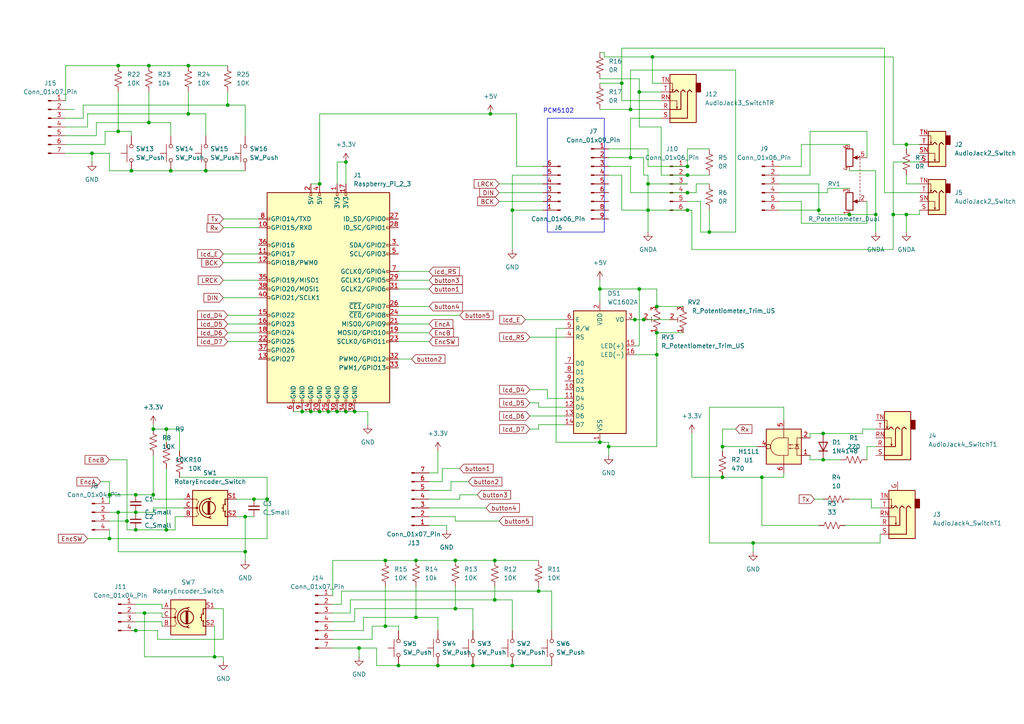
<source format=kicad_sch>
(kicad_sch (version 20230121) (generator eeschema)
  (paper "A4")
  (junction (at 199.39 60.96))
  (junction (at 31.75 156.21))
  (junction (at 182.88 45.72))
  (junction (at 48.26 124.46))
  (junction (at 115.57 193.04))
  (junction (at 38.1 49.53))
  (junction (at 43.18 35.56))
  (junction (at 238.76 125.73))
  (junction (at 54.61 19.05))
  (junction (at 26.67 44.45))
  (junction (at 92.71 53.34))
  (junction (at 90.17 119.38))
  (junction (at 132.08 162.56))
  (junction (at 254 62.23))
  (junction (at 36.83 151.13))
  (junction (at 259.08 62.23))
  (junction (at 218.44 157.48))
  (junction (at 187.96 60.96))
  (junction (at 73.66 144.78))
  (junction (at 186.69 92.71))
  (junction (at 262.89 41.91))
  (junction (at 173.99 83.82))
  (junction (at 39.37 182.88))
  (junction (at 180.34 24.13))
  (junction (at 66.04 30.48))
  (junction (at 190.5 102.87))
  (junction (at 187.96 53.34))
  (junction (at 185.42 83.82))
  (junction (at 34.29 148.59))
  (junction (at 262.89 62.23))
  (junction (at 246.38 62.23))
  (junction (at 120.65 162.56))
  (junction (at 62.23 190.5))
  (junction (at 102.87 119.38))
  (junction (at 220.98 138.43))
  (junction (at 92.71 119.38))
  (junction (at 34.29 38.1))
  (junction (at 71.12 160.02))
  (junction (at 71.12 149.86))
  (junction (at 156.21 171.45))
  (junction (at 31.75 143.51))
  (junction (at 132.08 176.53))
  (junction (at 111.76 162.56))
  (junction (at 142.24 33.02))
  (junction (at 54.61 33.02))
  (junction (at 34.29 19.05))
  (junction (at 43.18 19.05))
  (junction (at 127 193.04))
  (junction (at 44.45 143.51))
  (junction (at 238.76 133.35))
  (junction (at 41.91 177.8))
  (junction (at 137.16 193.04))
  (junction (at 205.74 67.31))
  (junction (at 100.33 46.99))
  (junction (at 148.59 193.04))
  (junction (at 111.76 181.61))
  (junction (at 182.88 31.75))
  (junction (at 87.63 119.38))
  (junction (at 39.37 153.67))
  (junction (at 189.23 16.51))
  (junction (at 143.51 173.99))
  (junction (at 199.39 50.8))
  (junction (at 237.49 60.96))
  (junction (at 209.55 138.43))
  (junction (at 77.47 144.78))
  (junction (at 148.59 60.96))
  (junction (at 59.69 49.53))
  (junction (at 97.79 119.38))
  (junction (at 199.39 55.88))
  (junction (at 143.51 162.56))
  (junction (at 39.37 143.51))
  (junction (at 190.5 96.52))
  (junction (at 120.65 179.07))
  (junction (at 185.42 26.67))
  (junction (at 48.26 153.67))
  (junction (at 209.55 129.54))
  (junction (at 95.25 119.38))
  (junction (at 173.99 128.27))
  (junction (at 100.33 119.38))
  (junction (at 199.39 48.26))
  (junction (at 49.53 49.53))
  (junction (at 39.37 148.59))
  (junction (at 190.5 88.9))
  (junction (at 176.53 129.54))
  (junction (at 184.15 92.71))
  (junction (at 104.14 187.96))
  (junction (at 44.45 124.46))
  (wire (pts (xy 189.23 16.51) (xy 189.23 24.13)))
  (wire (pts (xy 251.46 58.42) (xy 251.46 64.77)))
  (wire (pts (xy 200.66 60.96) (xy 200.66 72.39)))
  (wire (pts (xy 64.77 86.36) (xy 74.93 86.36)))
  (wire (pts (xy 115.57 88.9) (xy 124.46 88.9)))
  (wire (pts (xy 115.57 83.82) (xy 124.46 83.82)))
  (wire (pts (xy 173.99 24.13) (xy 180.34 24.13)))
  (wire (pts (xy 71.12 160.02) (xy 71.12 149.86)))
  (wire (pts (xy 180.34 24.13) (xy 180.34 29.21)))
  (wire (pts (xy 173.99 83.82) (xy 185.42 83.82)))
  (wire (pts (xy 236.22 144.78) (xy 238.76 144.78)))
  (wire (pts (xy 226.06 60.96) (xy 237.49 60.96)))
  (wire (pts (xy 143.51 170.18) (xy 143.51 173.99)))
  (wire (pts (xy 71.12 149.86) (xy 68.58 149.86)))
  (wire (pts (xy 256.54 55.88) (xy 256.54 13.97)))
  (wire (pts (xy 232.41 41.91) (xy 246.38 41.91)))
  (wire (pts (xy 237.49 152.4) (xy 220.98 152.4)))
  (wire (pts (xy 100.33 119.38) (xy 102.87 119.38)))
  (wire (pts (xy 130.81 139.7) (xy 135.89 139.7)))
  (wire (pts (xy 66.04 30.48) (xy 71.12 30.48)))
  (wire (pts (xy 209.55 124.46) (xy 213.36 124.46)))
  (wire (pts (xy 189.23 16.51) (xy 259.08 16.51)))
  (wire (pts (xy 262.89 41.91) (xy 262.89 43.18)))
  (wire (pts (xy 104.14 187.96) (xy 109.22 187.96)))
  (wire (pts (xy 201.93 53.34) (xy 205.74 53.34)))
  (wire (pts (xy 133.35 143.51) (xy 138.43 143.51)))
  (wire (pts (xy 187.96 43.18) (xy 187.96 48.26)))
  (wire (pts (xy 96.52 162.56) (xy 111.76 162.56)))
  (wire (pts (xy 46.99 175.26) (xy 46.99 176.53)))
  (wire (pts (xy 44.45 143.51) (xy 39.37 143.51)))
  (wire (pts (xy 99.06 171.45) (xy 156.21 171.45)))
  (wire (pts (xy 190.5 96.52) (xy 198.12 96.52)))
  (wire (pts (xy 180.34 13.97) (xy 180.34 24.13)))
  (wire (pts (xy 129.54 152.4) (xy 129.54 153.67)))
  (wire (pts (xy 102.87 119.38) (xy 106.68 119.38)))
  (wire (pts (xy 256.54 13.97) (xy 180.34 13.97)))
  (wire (pts (xy 102.87 180.34) (xy 102.87 176.53)))
  (wire (pts (xy 250.19 125.73) (xy 250.19 124.46)))
  (wire (pts (xy 262.89 50.8) (xy 262.89 53.34)))
  (wire (pts (xy 111.76 170.18) (xy 111.76 181.61)))
  (wire (pts (xy 39.37 177.8) (xy 41.91 177.8)))
  (wire (pts (xy 21.59 31.75) (xy 19.05 31.75)))
  (wire (pts (xy 115.57 99.06) (xy 124.46 99.06)))
  (wire (pts (xy 137.16 176.53) (xy 137.16 182.88)))
  (wire (pts (xy 143.51 162.56) (xy 156.21 162.56)))
  (wire (pts (xy 27.94 35.56) (xy 43.18 35.56)))
  (wire (pts (xy 120.65 162.56) (xy 132.08 162.56)))
  (wire (pts (xy 200.66 72.39) (xy 259.08 72.39)))
  (wire (pts (xy 64.77 81.28) (xy 74.93 81.28)))
  (wire (pts (xy 120.65 179.07) (xy 127 179.07)))
  (wire (pts (xy 173.99 31.75) (xy 182.88 31.75)))
  (wire (pts (xy 124.46 139.7) (xy 128.27 139.7)))
  (wire (pts (xy 97.79 46.99) (xy 100.33 46.99)))
  (wire (pts (xy 180.34 29.21) (xy 191.77 29.21)))
  (wire (pts (xy 97.79 53.34) (xy 97.79 46.99)))
  (wire (pts (xy 226.06 50.8) (xy 234.95 50.8)))
  (wire (pts (xy 31.75 143.51) (xy 31.75 146.05)))
  (wire (pts (xy 105.41 179.07) (xy 105.41 182.88)))
  (wire (pts (xy 180.34 50.8) (xy 176.53 50.8)))
  (wire (pts (xy 133.35 144.78) (xy 133.35 143.51)))
  (wire (pts (xy 34.29 26.67) (xy 34.29 38.1)))
  (wire (pts (xy 234.95 125.73) (xy 238.76 125.73)))
  (wire (pts (xy 52.07 124.46) (xy 52.07 130.81)))
  (wire (pts (xy 186.69 92.71) (xy 194.31 92.71)))
  (wire (pts (xy 144.78 55.88) (xy 157.48 55.88)))
  (wire (pts (xy 101.6 177.8) (xy 101.6 173.99)))
  (wire (pts (xy 19.05 39.37) (xy 27.94 39.37)))
  (wire (pts (xy 199.39 58.42) (xy 203.2 58.42)))
  (wire (pts (xy 71.12 160.02) (xy 71.12 162.56)))
  (wire (pts (xy 266.7 46.99) (xy 259.08 46.99)))
  (wire (pts (xy 100.33 46.99) (xy 100.33 53.34)))
  (wire (pts (xy 96.52 182.88) (xy 105.41 182.88)))
  (wire (pts (xy 44.45 148.59) (xy 39.37 148.59)))
  (wire (pts (xy 176.53 43.18) (xy 187.96 43.18)))
  (wire (pts (xy 25.4 36.83) (xy 25.4 33.02)))
  (wire (pts (xy 96.52 172.72) (xy 96.52 162.56)))
  (wire (pts (xy 184.15 102.87) (xy 190.5 102.87)))
  (wire (pts (xy 45.72 185.42) (xy 64.77 185.42)))
  (wire (pts (xy 54.61 26.67) (xy 54.61 33.02)))
  (wire (pts (xy 38.1 39.37) (xy 38.1 38.1)))
  (wire (pts (xy 226.06 55.88) (xy 240.03 55.88)))
  (wire (pts (xy 27.94 35.56) (xy 27.94 39.37)))
  (wire (pts (xy 153.67 116.84) (xy 156.21 116.84)))
  (wire (pts (xy 64.77 185.42) (xy 64.77 176.53)))
  (wire (pts (xy 266.7 62.23) (xy 266.7 60.96)))
  (wire (pts (xy 31.75 133.35) (xy 36.83 133.35)))
  (wire (pts (xy 64.77 190.5) (xy 64.77 191.77)))
  (wire (pts (xy 19.05 41.91) (xy 30.48 41.91)))
  (wire (pts (xy 90.17 119.38) (xy 92.71 119.38)))
  (wire (pts (xy 50.8 149.86) (xy 50.8 153.67)))
  (wire (pts (xy 157.48 50.8) (xy 148.59 50.8)))
  (wire (pts (xy 41.91 177.8) (xy 46.99 177.8)))
  (wire (pts (xy 38.1 182.88) (xy 39.37 182.88)))
  (wire (pts (xy 191.77 24.13) (xy 189.23 24.13)))
  (wire (pts (xy 153.67 113.03) (xy 158.75 113.03)))
  (wire (pts (xy 187.96 53.34) (xy 199.39 53.34)))
  (wire (pts (xy 41.91 190.5) (xy 41.91 177.8)))
  (wire (pts (xy 148.59 60.96) (xy 148.59 72.39)))
  (wire (pts (xy 64.77 63.5) (xy 74.93 63.5)))
  (wire (pts (xy 31.75 44.45) (xy 31.75 49.53)))
  (wire (pts (xy 31.75 143.51) (xy 31.75 139.7)))
  (wire (pts (xy 180.34 60.96) (xy 180.34 50.8)))
  (wire (pts (xy 199.39 50.8) (xy 205.74 50.8)))
  (wire (pts (xy 31.75 143.51) (xy 39.37 143.51)))
  (wire (pts (xy 106.68 119.38) (xy 106.68 123.19)))
  (wire (pts (xy 219.71 129.54) (xy 209.55 129.54)))
  (wire (pts (xy 187.96 60.96) (xy 199.39 60.96)))
  (wire (pts (xy 176.53 129.54) (xy 176.53 132.08)))
  (wire (pts (xy 199.39 55.88) (xy 201.93 55.88)))
  (wire (pts (xy 156.21 123.19) (xy 163.83 123.19)))
  (wire (pts (xy 209.55 138.43) (xy 220.98 138.43)))
  (wire (pts (xy 232.41 48.26) (xy 226.06 48.26)))
  (wire (pts (xy 156.21 124.46) (xy 156.21 123.19)))
  (wire (pts (xy 199.39 43.18) (xy 205.74 43.18)))
  (wire (pts (xy 143.51 173.99) (xy 148.59 173.99)))
  (wire (pts (xy 220.98 138.43) (xy 227.33 138.43)))
  (wire (pts (xy 39.37 175.26) (xy 46.99 175.26)))
  (wire (pts (xy 124.46 147.32) (xy 140.97 147.32)))
  (wire (pts (xy 156.21 118.11) (xy 163.83 118.11)))
  (wire (pts (xy 251.46 45.72) (xy 251.46 38.1)))
  (wire (pts (xy 256.54 55.88) (xy 266.7 55.88)))
  (wire (pts (xy 254 62.23) (xy 246.38 62.23)))
  (wire (pts (xy 245.11 152.4) (xy 255.27 152.4)))
  (wire (pts (xy 176.53 48.26) (xy 182.88 48.26)))
  (wire (pts (xy 44.45 123.19) (xy 44.45 124.46)))
  (wire (pts (xy 226.06 58.42) (xy 232.41 58.42)))
  (wire (pts (xy 34.29 160.02) (xy 71.12 160.02)))
  (wire (pts (xy 128.27 139.7) (xy 128.27 135.89)))
  (wire (pts (xy 173.99 22.86) (xy 185.42 22.86)))
  (wire (pts (xy 254 49.53) (xy 254 62.23)))
  (wire (pts (xy 68.58 144.78) (xy 73.66 144.78)))
  (wire (pts (xy 237.49 62.23) (xy 246.38 62.23)))
  (wire (pts (xy 96.52 180.34) (xy 102.87 180.34)))
  (wire (pts (xy 29.21 139.7) (xy 31.75 139.7)))
  (wire (pts (xy 96.52 185.42) (xy 107.95 185.42)))
  (wire (pts (xy 31.75 151.13) (xy 36.83 151.13)))
  (wire (pts (xy 132.08 176.53) (xy 137.16 176.53)))
  (wire (pts (xy 176.53 45.72) (xy 182.88 45.72)))
  (wire (pts (xy 182.88 34.29) (xy 182.88 45.72)))
  (wire (pts (xy 205.74 67.31) (xy 213.36 67.31)))
  (wire (pts (xy 44.45 132.08) (xy 44.45 143.51)))
  (wire (pts (xy 213.36 20.32) (xy 182.88 20.32)))
  (wire (pts (xy 163.83 95.25) (xy 161.29 95.25)))
  (wire (pts (xy 190.5 129.54) (xy 176.53 129.54)))
  (wire (pts (xy 176.53 128.27) (xy 173.99 128.27)))
  (wire (pts (xy 161.29 128.27) (xy 161.29 95.25)))
  (wire (pts (xy 124.46 142.24) (xy 130.81 142.24)))
  (wire (pts (xy 53.34 149.86) (xy 50.8 149.86)))
  (wire (pts (xy 66.04 91.44) (xy 74.93 91.44)))
  (wire (pts (xy 43.18 35.56) (xy 49.53 35.56)))
  (wire (pts (xy 148.59 50.8) (xy 148.59 60.96)))
  (wire (pts (xy 255.27 154.94) (xy 255.27 157.48)))
  (wire (pts (xy 232.41 48.26) (xy 232.41 41.91)))
  (wire (pts (xy 109.22 193.04) (xy 115.57 193.04)))
  (wire (pts (xy 200.66 138.43) (xy 200.66 125.73)))
  (wire (pts (xy 187.96 50.8) (xy 187.96 53.34)))
  (wire (pts (xy 173.99 128.27) (xy 161.29 128.27)))
  (wire (pts (xy 59.69 33.02) (xy 59.69 39.37)))
  (wire (pts (xy 62.23 181.61) (xy 62.23 190.5)))
  (wire (pts (xy 59.69 49.53) (xy 71.12 49.53)))
  (wire (pts (xy 48.26 124.46) (xy 52.07 124.46)))
  (wire (pts (xy 149.86 48.26) (xy 149.86 33.02)))
  (wire (pts (xy 130.81 142.24) (xy 130.81 139.7)))
  (wire (pts (xy 31.75 148.59) (xy 34.29 148.59)))
  (wire (pts (xy 102.87 176.53) (xy 132.08 176.53)))
  (wire (pts (xy 259.08 62.23) (xy 262.89 62.23)))
  (wire (pts (xy 77.47 138.43) (xy 77.47 144.78)))
  (wire (pts (xy 105.41 179.07) (xy 120.65 179.07)))
  (wire (pts (xy 156.21 116.84) (xy 156.21 118.11)))
  (wire (pts (xy 209.55 124.46) (xy 209.55 129.54)))
  (wire (pts (xy 182.88 92.71) (xy 184.15 92.71)))
  (wire (pts (xy 30.48 38.1) (xy 34.29 38.1)))
  (wire (pts (xy 152.4 92.71) (xy 163.83 92.71)))
  (wire (pts (xy 186.69 45.72) (xy 186.69 50.8)))
  (wire (pts (xy 124.46 144.78) (xy 133.35 144.78)))
  (wire (pts (xy 142.24 33.02) (xy 92.71 33.02)))
  (wire (pts (xy 251.46 38.1) (xy 234.95 38.1)))
  (wire (pts (xy 44.45 124.46) (xy 48.26 124.46)))
  (wire (pts (xy 92.71 33.02) (xy 92.71 53.34)))
  (wire (pts (xy 137.16 193.04) (xy 148.59 193.04)))
  (wire (pts (xy 90.17 53.34) (xy 92.71 53.34)))
  (wire (pts (xy 190.5 88.9) (xy 198.12 88.9)))
  (wire (pts (xy 238.76 133.35) (xy 243.84 133.35)))
  (wire (pts (xy 173.99 87.63) (xy 173.99 83.82)))
  (wire (pts (xy 127 193.04) (xy 137.16 193.04)))
  (wire (pts (xy 148.59 60.96) (xy 157.48 60.96)))
  (wire (pts (xy 71.12 30.48) (xy 71.12 39.37)))
  (wire (pts (xy 19.05 34.29) (xy 24.13 34.29)))
  (wire (pts (xy 262.89 41.91) (xy 266.7 41.91)))
  (wire (pts (xy 71.12 149.86) (xy 73.66 149.86)))
  (wire (pts (xy 201.93 55.88) (xy 201.93 53.34)))
  (wire (pts (xy 24.13 34.29) (xy 24.13 30.48)))
  (wire (pts (xy 240.03 55.88) (xy 240.03 54.61)))
  (wire (pts (xy 25.4 156.21) (xy 31.75 156.21)))
  (wire (pts (xy 190.5 83.82) (xy 190.5 88.9)))
  (wire (pts (xy 238.76 125.73) (xy 250.19 125.73)))
  (wire (pts (xy 185.42 83.82) (xy 190.5 83.82)))
  (wire (pts (xy 46.99 180.34) (xy 46.99 181.61)))
  (wire (pts (xy 191.77 31.75) (xy 182.88 31.75)))
  (wire (pts (xy 107.95 181.61) (xy 111.76 181.61)))
  (wire (pts (xy 115.57 91.44) (xy 133.35 91.44)))
  (wire (pts (xy 34.29 19.05) (xy 43.18 19.05)))
  (wire (pts (xy 53.34 147.32) (xy 44.45 147.32)))
  (wire (pts (xy 46.99 177.8) (xy 46.99 179.07)))
  (wire (pts (xy 185.42 36.83) (xy 191.77 36.83)))
  (wire (pts (xy 187.96 60.96) (xy 187.96 67.31)))
  (wire (pts (xy 26.67 44.45) (xy 26.67 46.99)))
  (wire (pts (xy 220.98 152.4) (xy 220.98 138.43)))
  (wire (pts (xy 187.96 60.96) (xy 180.34 60.96)))
  (wire (pts (xy 182.88 45.72) (xy 186.69 45.72)))
  (wire (pts (xy 259.08 41.91) (xy 262.89 41.91)))
  (wire (pts (xy 153.67 120.65) (xy 163.83 120.65)))
  (wire (pts (xy 209.55 138.43) (xy 200.66 138.43)))
  (wire (pts (xy 44.45 144.78) (xy 53.34 144.78)))
  (wire (pts (xy 54.61 19.05) (xy 66.04 19.05)))
  (wire (pts (xy 26.67 44.45) (xy 31.75 44.45)))
  (wire (pts (xy 190.5 96.52) (xy 190.5 102.87)))
  (wire (pts (xy 190.5 102.87) (xy 190.5 129.54)))
  (wire (pts (xy 31.75 156.21) (xy 77.47 156.21)))
  (wire (pts (xy 182.88 48.26) (xy 182.88 55.88)))
  (wire (pts (xy 127 179.07) (xy 127 182.88)))
  (wire (pts (xy 186.69 50.8) (xy 187.96 50.8)))
  (wire (pts (xy 144.78 58.42) (xy 157.48 58.42)))
  (wire (pts (xy 259.08 16.51) (xy 259.08 41.91)))
  (wire (pts (xy 124.46 152.4) (xy 129.54 152.4)))
  (wire (pts (xy 39.37 148.59) (xy 34.29 148.59)))
  (wire (pts (xy 153.67 97.79) (xy 163.83 97.79)))
  (wire (pts (xy 97.79 119.38) (xy 100.33 119.38)))
  (wire (pts (xy 184.15 92.71) (xy 186.69 92.71)))
  (wire (pts (xy 38.1 49.53) (xy 49.53 49.53)))
  (wire (pts (xy 124.46 137.16) (xy 127 137.16)))
  (wire (pts (xy 34.29 38.1) (xy 38.1 38.1)))
  (wire (pts (xy 39.37 182.88) (xy 45.72 182.88)))
  (wire (pts (xy 85.09 119.38) (xy 87.63 119.38)))
  (wire (pts (xy 30.48 38.1) (xy 30.48 41.91)))
  (wire (pts (xy 158.75 113.03) (xy 158.75 115.57)))
  (wire (pts (xy 43.18 19.05) (xy 54.61 19.05)))
  (wire (pts (xy 24.13 30.48) (xy 66.04 30.48)))
  (wire (pts (xy 101.6 173.99) (xy 143.51 173.99)))
  (wire (pts (xy 234.95 132.08) (xy 234.95 133.35)))
  (wire (pts (xy 262.89 62.23) (xy 266.7 62.23)))
  (wire (pts (xy 266.7 53.34) (xy 262.89 53.34)))
  (wire (pts (xy 62.23 190.5) (xy 41.91 190.5)))
  (wire (pts (xy 259.08 62.23) (xy 259.08 72.39)))
  (wire (pts (xy 99.06 171.45) (xy 99.06 175.26)))
  (wire (pts (xy 45.72 182.88) (xy 45.72 185.42)))
  (wire (pts (xy 209.55 129.54) (xy 209.55 130.81)))
  (wire (pts (xy 250.19 124.46) (xy 254 124.46)))
  (wire (pts (xy 31.75 49.53) (xy 38.1 49.53)))
  (wire (pts (xy 115.57 104.14) (xy 119.38 104.14)))
  (wire (pts (xy 109.22 187.96) (xy 109.22 193.04)))
  (wire (pts (xy 227.33 138.43) (xy 227.33 137.16)))
  (wire (pts (xy 49.53 49.53) (xy 59.69 49.53)))
  (wire (pts (xy 144.78 53.34) (xy 157.48 53.34)))
  (wire (pts (xy 96.52 177.8) (xy 101.6 177.8)))
  (wire (pts (xy 104.14 187.96) (xy 104.14 190.5)))
  (wire (pts (xy 132.08 162.56) (xy 143.51 162.56)))
  (wire (pts (xy 49.53 35.56) (xy 49.53 39.37)))
  (wire (pts (xy 203.2 58.42) (xy 203.2 67.31)))
  (wire (pts (xy 25.4 33.02) (xy 54.61 33.02)))
  (wire (pts (xy 226.06 53.34) (xy 237.49 53.34)))
  (wire (pts (xy 115.57 78.74) (xy 124.46 78.74)))
  (wire (pts (xy 87.63 119.38) (xy 90.17 119.38)))
  (wire (pts (xy 50.8 153.67) (xy 48.26 153.67)))
  (wire (pts (xy 92.71 119.38) (xy 95.25 119.38)))
  (wire (pts (xy 205.74 60.96) (xy 205.74 67.31)))
  (wire (pts (xy 203.2 67.31) (xy 205.74 67.31)))
  (wire (pts (xy 36.83 153.67) (xy 39.37 153.67)))
  (wire (pts (xy 234.95 38.1) (xy 234.95 50.8)))
  (wire (pts (xy 199.39 48.26) (xy 199.39 43.18)))
  (wire (pts (xy 259.08 46.99) (xy 259.08 62.23)))
  (wire (pts (xy 115.57 182.88) (xy 115.57 181.61)))
  (wire (pts (xy 132.08 149.86) (xy 132.08 151.13)))
  (wire (pts (xy 148.59 173.99) (xy 148.59 182.88)))
  (wire (pts (xy 185.42 26.67) (xy 191.77 26.67)))
  (wire (pts (xy 182.88 34.29) (xy 191.77 34.29)))
  (wire (pts (xy 185.42 83.82) (xy 185.42 100.33)))
  (wire (pts (xy 205.74 118.11) (xy 205.74 157.48)))
  (wire (pts (xy 48.26 135.89) (xy 48.26 153.67)))
  (wire (pts (xy 187.96 48.26) (xy 199.39 48.26)))
  (wire (pts (xy 182.88 55.88) (xy 199.39 55.88)))
  (wire (pts (xy 251.46 129.54) (xy 251.46 133.35)))
  (wire (pts (xy 77.47 144.78) (xy 73.66 144.78)))
  (wire (pts (xy 205.74 157.48) (xy 218.44 157.48)))
  (wire (pts (xy 182.88 20.32) (xy 182.88 31.75)))
  (wire (pts (xy 149.86 33.02) (xy 142.24 33.02)))
  (wire (pts (xy 19.05 19.05) (xy 34.29 19.05)))
  (wire (pts (xy 158.75 115.57) (xy 163.83 115.57)))
  (wire (pts (xy 160.02 182.88) (xy 160.02 171.45)))
  (wire (pts (xy 189.23 16.51) (xy 175.26 16.51)))
  (wire (pts (xy 218.44 157.48) (xy 255.27 157.48)))
  (wire (pts (xy 66.04 99.06) (xy 74.93 99.06)))
  (wire (pts (xy 148.59 193.04) (xy 160.02 193.04)))
  (wire (pts (xy 227.33 118.11) (xy 205.74 118.11)))
  (wire (pts (xy 157.48 48.26) (xy 149.86 48.26)))
  (wire (pts (xy 234.95 127) (xy 234.95 125.73)))
  (wire (pts (xy 54.61 33.02) (xy 59.69 33.02)))
  (wire (pts (xy 252.73 144.78) (xy 252.73 147.32)))
  (wire (pts (xy 64.77 176.53) (xy 62.23 176.53)))
  (wire (pts (xy 153.67 124.46) (xy 156.21 124.46)))
  (wire (pts (xy 44.45 147.32) (xy 44.45 148.59)))
  (wire (pts (xy 234.95 133.35) (xy 238.76 133.35)))
  (wire (pts (xy 99.06 175.26) (xy 96.52 175.26)))
  (wire (pts (xy 111.76 162.56) (xy 120.65 162.56)))
  (wire (pts (xy 240.03 54.61) (xy 246.38 54.61)))
  (wire (pts (xy 19.05 44.45) (xy 26.67 44.45)))
  (wire (pts (xy 36.83 151.13) (xy 36.83 153.67)))
  (wire (pts (xy 124.46 149.86) (xy 132.08 149.86)))
  (wire (pts (xy 173.99 81.28) (xy 173.99 83.82)))
  (wire (pts (xy 19.05 29.21) (xy 19.05 19.05)))
  (wire (pts (xy 115.57 96.52) (xy 124.46 96.52)))
  (wire (pts (xy 227.33 121.92) (xy 227.33 118.11)))
  (wire (pts (xy 52.07 138.43) (xy 77.47 138.43)))
  (wire (pts (xy 66.04 26.67) (xy 66.04 30.48)))
  (wire (pts (xy 175.26 16.51) (xy 175.26 15.24)))
  (wire (pts (xy 191.77 36.83) (xy 191.77 50.8)))
  (wire (pts (xy 64.77 76.2) (xy 74.93 76.2)))
  (wire (pts (xy 107.95 181.61) (xy 107.95 185.42)))
  (wire (pts (xy 237.49 53.34) (xy 237.49 60.96)))
  (wire (pts (xy 127 137.16) (xy 127 130.81)))
  (wire (pts (xy 132.08 170.18) (xy 132.08 176.53)))
  (wire (pts (xy 132.08 151.13) (xy 144.78 151.13)))
  (wire (pts (xy 31.75 153.67) (xy 31.75 156.21)))
  (wire (pts (xy 115.57 81.28) (xy 124.46 81.28)))
  (wire (pts (xy 62.23 190.5) (xy 64.77 190.5)))
  (wire (pts (xy 199.39 60.96) (xy 200.66 60.96)))
  (wire (pts (xy 252.73 147.32) (xy 255.27 147.32)))
  (wire (pts (xy 232.41 58.42) (xy 232.41 64.77)))
  (wire (pts (xy 48.26 124.46) (xy 48.26 128.27)))
  (wire (pts (xy 111.76 181.61) (xy 115.57 181.61)))
  (wire (pts (xy 218.44 160.02) (xy 218.44 157.48)))
  (wire (pts (xy 115.57 193.04) (xy 127 193.04)))
  (wire (pts (xy 19.05 36.83) (xy 25.4 36.83)))
  (wire (pts (xy 175.26 15.24) (xy 173.99 15.24)))
  (wire (pts (xy 96.52 187.96) (xy 104.14 187.96)))
  (wire (pts (xy 95.25 119.38) (xy 97.79 119.38)))
  (wire (pts (xy 246.38 49.53) (xy 254 49.53)))
  (wire (pts (xy 43.18 26.67) (xy 43.18 35.56)))
  (wire (pts (xy 64.77 73.66) (xy 74.93 73.66)))
  (wire (pts (xy 156.21 170.18) (xy 156.21 171.45)))
  (wire (pts (xy 36.83 133.35) (xy 36.83 151.13)))
  (wire (pts (xy 128.27 135.89) (xy 133.35 135.89)))
  (wire (pts (xy 115.57 93.98) (xy 124.46 93.98)))
  (wire (pts (xy 66.04 96.52) (xy 74.93 96.52)))
  (wire (pts (xy 246.38 144.78) (xy 252.73 144.78)))
  (wire (pts (xy 120.65 170.18) (xy 120.65 179.07)))
  (wire (pts (xy 66.04 93.98) (xy 74.93 93.98)))
  (wire (pts (xy 44.45 144.78) (xy 44.45 143.51)))
  (wire (pts (xy 77.47 156.21) (xy 77.47 144.78)))
  (wire (pts (xy 74.93 66.04) (xy 64.77 66.04)))
  (wire (pts (xy 213.36 20.32) (xy 213.36 67.31)))
  (wire (pts (xy 254 129.54) (xy 251.46 129.54)))
  (wire (pts (xy 34.29 148.59) (xy 34.29 160.02)))
  (wire (pts (xy 184.15 100.33) (xy 185.42 100.33)))
  (wire (pts (xy 48.26 153.67) (xy 39.37 153.67)))
  (wire (pts (xy 185.42 26.67) (xy 185.42 36.83)))
  (wire (pts (xy 185.42 22.86) (xy 185.42 26.67)))
  (wire (pts (xy 262.89 62.23) (xy 262.89 67.31)))
  (wire (pts (xy 237.49 60.96) (xy 237.49 62.23)))
  (wire (pts (xy 251.46 64.77) (xy 232.41 64.77)))
  (wire (pts (xy 254 62.23) (xy 254 67.31)))
  (wire (pts (xy 191.77 50.8) (xy 199.39 50.8)))
  (wire (pts (xy 156.21 171.45) (xy 160.02 171.45)))
  (wire (pts (xy 176.53 129.54) (xy 176.53 128.27)))
  (wire (pts (xy 187.96 53.34) (xy 187.96 60.96)))
  (wire (pts (xy 39.37 180.34) (xy 46.99 180.34)))
  (rectangle (start 158.75 34.29) (end 175.26 67.31))
  (text "PCM5102" (at 157.48 33.02 0) (effects (font (size 1.27 1.27)) (justify left bottom)))
  (global_label "EncA" (shape input) (at 124.46 93.98 0) (property "Intersheetrefs" "${INTERSHEET_REFS}" (effects hide)))
  (global_label "button5" (shape input) (at 133.35 91.44 0) (property "Intersheetrefs" "${INTERSHEET_REFS}" (effects hide)))
  (global_label "lcd_D5" (shape input) (at 153.67 116.84 180) (property "Intersheetrefs" "${INTERSHEET_REFS}" (effects hide)))
  (global_label "Rx" (shape input) (at 213.36 124.46 0) (property "Intersheetrefs" "${INTERSHEET_REFS}" (effects hide)))
  (global_label "lcd_D4" (shape input) (at 153.67 113.03 180) (property "Intersheetrefs" "${INTERSHEET_REFS}" (effects hide)))
  (global_label "lcd_D7" (shape input) (at 153.67 124.46 180) (property "Intersheetrefs" "${INTERSHEET_REFS}" (effects hide)))
  (global_label "lcd_E" (shape input) (at 64.77 73.66 180) (property "Intersheetrefs" "${INTERSHEET_REFS}" (effects hide)))
  (global_label "lcd_D7" (shape input) (at 66.04 99.06 180) (property "Intersheetrefs" "${INTERSHEET_REFS}" (effects hide)))
  (global_label "Tx" (shape input) (at 236.22 144.78 180) (property "Intersheetrefs" "${INTERSHEET_REFS}" (effects hide)))
  (global_label "LRCK" (shape input) (at 64.77 81.28 180) (property "Intersheetrefs" "${INTERSHEET_REFS}" (effects hide)))
  (global_label "DIN" (shape input) (at 144.78 55.88 180) (property "Intersheetrefs" "${INTERSHEET_REFS}" (effects hide)))
  (global_label "EncA" (shape input) (at 29.21 139.7 180) (property "Intersheetrefs" "${INTERSHEET_REFS}" (effects hide)))
  (global_label "lcd_RS" (shape input) (at 124.46 78.74 0) (property "Intersheetrefs" "${INTERSHEET_REFS}" (effects hide)))
  (global_label "BCK" (shape input) (at 64.77 76.2 180) (property "Intersheetrefs" "${INTERSHEET_REFS}" (effects hide)))
  (global_label "Rx" (shape input) (at 64.77 66.04 180) (property "Intersheetrefs" "${INTERSHEET_REFS}" (effects hide)))
  (global_label "lcd_D6" (shape input) (at 153.67 120.65 180) (property "Intersheetrefs" "${INTERSHEET_REFS}" (effects hide)))
  (global_label "lcd_D4" (shape input) (at 66.04 91.44 180) (property "Intersheetrefs" "${INTERSHEET_REFS}" (effects hide)))
  (global_label "EncB" (shape input) (at 124.46 96.52 0) (property "Intersheetrefs" "${INTERSHEET_REFS}" (effects hide)))
  (global_label "lcd_E" (shape input) (at 152.4 92.71 180) (property "Intersheetrefs" "${INTERSHEET_REFS}" (effects hide)))
  (global_label "button1" (shape input) (at 124.46 83.82 0) (property "Intersheetrefs" "${INTERSHEET_REFS}" (effects hide)))
  (global_label "button3" (shape input) (at 124.46 81.28 0) (property "Intersheetrefs" "${INTERSHEET_REFS}" (effects hide)))
  (global_label "BCK" (shape input) (at 144.78 58.42 180) (property "Intersheetrefs" "${INTERSHEET_REFS}" (effects hide)))
  (global_label "button3" (shape input) (at 138.43 143.51 0) (property "Intersheetrefs" "${INTERSHEET_REFS}" (effects hide)))
  (global_label "EncSW" (shape input) (at 124.46 99.06 0) (property "Intersheetrefs" "${INTERSHEET_REFS}" (effects hide)))
  (global_label "lcd_D6" (shape input) (at 66.04 96.52 180) (property "Intersheetrefs" "${INTERSHEET_REFS}" (effects hide)))
  (global_label "button5" (shape input) (at 144.78 151.13 0) (property "Intersheetrefs" "${INTERSHEET_REFS}" (effects hide)))
  (global_label "lcd_RS" (shape input) (at 153.67 97.79 180) (property "Intersheetrefs" "${INTERSHEET_REFS}" (effects hide)))
  (global_label "button4" (shape input) (at 140.97 147.32 0) (property "Intersheetrefs" "${INTERSHEET_REFS}" (effects hide)))
  (global_label "lcd_D5" (shape input) (at 66.04 93.98 180) (property "Intersheetrefs" "${INTERSHEET_REFS}" (effects hide)))
  (global_label "button2" (shape input) (at 119.38 104.14 0) (property "Intersheetrefs" "${INTERSHEET_REFS}" (effects hide)))
  (global_label "Tx" (shape input) (at 64.77 63.5 180) (property "Intersheetrefs" "${INTERSHEET_REFS}" (effects hide)))
  (global_label "button2" (shape input) (at 135.89 139.7 0) (property "Intersheetrefs" "${INTERSHEET_REFS}" (effects hide)))
  (global_label "button4" (shape input) (at 124.46 88.9 0) (property "Intersheetrefs" "${INTERSHEET_REFS}" (effects hide)))
  (global_label "LRCK" (shape input) (at 144.78 53.34 180) (property "Intersheetrefs" "${INTERSHEET_REFS}" (effects hide)))
  (global_label "button1" (shape input) (at 133.35 135.89 0) (property "Intersheetrefs" "${INTERSHEET_REFS}" (effects hide)))
  (global_label "EncSW" (shape input) (at 25.4 156.21 180) (property "Intersheetrefs" "${INTERSHEET_REFS}" (effects hide)))
  (global_label "DIN" (shape input) (at 64.77 86.36 180) (property "Intersheetrefs" "${INTERSHEET_REFS}" (effects hide)))
  (global_label "EncB" (shape input) (at 31.75 133.35 180) (property "Intersheetrefs" "${INTERSHEET_REFS}" (effects hide)))
  (symbol (lib_id "Connector:Conn_01x07_Pin") (at 91.44 180.34 0) (unit 1)
    (property "Reference" "J14" (at 92.075 167.64 0))
    (property "Value" "Conn_01x07_Pin" (at 92.075 170.18 0))
    (property "Footprint" "Connector_PinSocket_2.54mm:PinSocket_1x07_P2.54mm_Vertical" (effects hide))
  )
  (symbol (lib_id "power:+3.3V") (at 127 130.81 0) (unit 1)
    (property "Reference" "#PWR011" (effects hide))
    (property "Value" "+3.3V" (at 127 125.73 0))
  )
  (symbol (lib_id "Device:C_Small") (at 39.37 151.13 0) (unit 1)
    (property "Reference" "C2" (at 41.91 149.8663 0) (effects (justify left)))
    (property "Value" "C_Small" (at 41.91 152.4063 0) (effects (justify left)))
    (property "Footprint" "Capacitor_THT:C_Disc_D3.0mm_W2.0mm_P2.50mm" (effects hide))
  )
  (symbol (lib_id "power:GNDA") (at 187.96 67.31 0) (unit 1)
    (property "Reference" "#PWR06" (effects hide))
    (property "Value" "GNDA" (at 187.96 72.39 0))
  )
  (symbol (lib_id "Device:R_US") (at 54.61 22.86 0) (unit 1)
    (property "Reference" "R24" (at 57.15 21.59 0) (effects (justify left)))
    (property "Value" "10K" (at 57.15 24.13 0) (effects (justify left)))
    (property "Footprint" "Resistor_SMD:R_0603_1608Metric_Pad0.98x0.95mm_HandSolder" (effects hide))
  )
  (symbol (lib_id "Device:R_US") (at 143.51 166.37 0) (unit 1)
    (property "Reference" "R12" (at 146.05 165.1 0) (effects (justify left)))
    (property "Value" "10K" (at 146.05 167.64 0) (effects (justify left)))
    (property "Footprint" "Resistor_THT:R_Axial_DIN0204_L3.6mm_D1.6mm_P7.62mm_Horizontal" (effects hide))
  )
  (symbol (lib_id "Device:R_US") (at 48.26 132.08 0) (unit 1)
    (property "Reference" "R9" (at 50.8 124.46 0) (effects (justify left)))
    (property "Value" "10K" (at 50.8 133.35 0) (effects (justify left)))
    (property "Footprint" "Resistor_THT:R_Axial_DIN0204_L3.6mm_D1.6mm_P7.62mm_Horizontal" (effects hide))
  )
  (symbol (lib_id "Device:C_Small") (at 73.66 147.32 0) (unit 1)
    (property "Reference" "C3" (at 76.2 146.0563 0) (effects (justify left)))
    (property "Value" "C_Small" (at 76.2 148.5963 0) (effects (justify left)))
    (property "Footprint" "Capacitor_THT:C_Disc_D3.0mm_W2.0mm_P2.50mm" (effects hide))
  )
  (symbol (lib_id "Connector_Audio:AudioJack3_SwitchTR") (at 196.85 31.75 180) (unit 1)
    (property "Reference" "J12" (at 204.47 27.305 0) (effects (justify right)))
    (property "Value" "AudioJack3_SwitchTR" (at 204.47 29.845 0) (effects (justify right)))
    (property "Footprint" "Connector_Audio:Jack_3.5mm_CUI_SJ1-3525N_Horizontal" (effects hide))
  )
  (symbol (lib_id "power:GNDA") (at 262.89 67.31 0) (unit 1)
    (property "Reference" "#PWR03" (effects hide))
    (property "Value" "GNDA" (at 262.89 72.39 0))
  )
  (symbol (lib_id "Switch:SW_Push") (at 115.57 187.96 90) (unit 1)
    (property "Reference" "SW5" (at 116.84 186.69 90) (effects (justify right)))
    (property "Value" "SW_Push" (at 116.84 189.23 90) (effects (justify right)))
    (property "Footprint" "Button_Switch_THT:SW_PUSH_6mm" (effects hide))
  )
  (symbol (lib_id "Device:R_US") (at 44.45 128.27 0) (unit 1)
    (property "Reference" "R8" (at 46.99 127 0) (effects (justify left)))
    (property "Value" "10K" (at 46.99 129.54 0) (effects (justify left)))
    (property "Footprint" "Resistor_THT:R_Axial_DIN0204_L3.6mm_D1.6mm_P7.62mm_Horizontal" (effects hide))
  )
  (symbol (lib_id "Device:R_US") (at 111.76 166.37 0) (unit 1)
    (property "Reference" "R15" (at 114.3 165.1 0) (effects (justify left)))
    (property "Value" "10K" (at 114.3 167.64 0) (effects (justify left)))
    (property "Footprint" "Resistor_THT:R_Axial_DIN0204_L3.6mm_D1.6mm_P7.62mm_Horizontal" (effects hide))
  )
  (symbol (lib_id "Connector_Audio:AudioJack2_Switch") (at 271.78 41.91 180) (unit 1)
    (property "Reference" "J2" (at 276.86 41.91 0) (effects (justify right)))
    (property "Value" "AudioJack2_Switch" (at 276.86 44.45 0) (effects (justify right)))
    (property "Footprint" "Connector_Audio:Jack_6.35mm_Neutrik_NMJ6HCD3_Horizontal" (effects hide))
  )
  (symbol (lib_id "power:GND") (at 26.67 46.99 0) (unit 1)
    (property "Reference" "#PWR018" (effects hide))
    (property "Value" "GND" (at 26.67 52.07 0))
  )
  (symbol (lib_id "Device:R_Potentiometer_Dual") (at 248.92 52.07 270) (mirror x) (unit 1)
    (property "Reference" "RV1" (at 243.84 53.34 90) (effects (justify right)))
    (property "Value" "R_Potentiometer_Dual" (at 255.27 63.5 90) (effects (justify right)))
    (property "Footprint" "Potentiometer_THT:Potentiometer_Alpha_RD902F-40-00D_Dual_Vertical" (effects hide))
  )
  (symbol (lib_id "power:+3.3V") (at 200.66 125.73 0) (unit 1)
    (property "Reference" "#PWR01" (effects hide))
    (property "Value" "+3.3V" (at 200.66 120.65 0))
  )
  (symbol (lib_id "Switch:SW_Push") (at 137.16 187.96 90) (unit 1)
    (property "Reference" "SW3" (at 138.43 186.69 90) (effects (justify right)))
    (property "Value" "SW_Push" (at 138.43 189.23 90) (effects (justify right)))
    (property "Footprint" "Button_Switch_THT:SW_PUSH_6mm" (effects hide))
  )
  (symbol (lib_id "Switch:SW_Push") (at 59.69 44.45 90) (unit 1)
    (property "Reference" "SW15" (at 60.96 43.18 90) (effects (justify right)))
    (property "Value" "SW_Push" (at 60.96 45.72 90) (effects (justify right)))
    (property "Footprint" "keyswitches:Kailh_socket_MX" (effects hide))
  )
  (symbol (lib_id "Device:R_US") (at 173.99 27.94 0) (unit 1)
    (property "Reference" "R17" (at 176.53 26.67 0) (effects (justify left)))
    (property "Value" "0R" (at 176.53 29.21 0) (effects (justify left)))
    (property "Footprint" "Resistor_SMD:R_0603_1608Metric" (effects hide))
  )
  (symbol (lib_id "power:+5V") (at 173.99 81.28 0) (unit 1)
    (property "Reference" "#PWR014" (effects hide))
    (property "Value" "+5V" (at 173.99 76.2 0))
  )
  (symbol (lib_id "Connector_Audio:AudioJack3_Ground_SwitchTR") (at 260.35 152.4 180) (unit 1)
    (property "Reference" "J3" (at 270.51 149.225 0) (effects (justify right)))
    (property "Value" "AudioJack4_SwitchT1" (at 270.51 151.765 0) (effects (justify right)))
    (property "Footprint" "Connector_Audio:Jack_3.5mm_CUI_SJ1-3525N_Horizontal" (effects hide))
  )
  (symbol (lib_id "Diode:1N4148") (at 238.76 129.54 90) (unit 1)
    (property "Reference" "D1" (at 241.3 128.27 90) (effects (justify right)))
    (property "Value" "1N4148" (at 241.3 130.81 90) (effects (justify right)))
    (property "Footprint" "Diode_THT:D_DO-35_SOD27_P7.62mm_Horizontal" (effects hide))
    (property "Datasheet" "https://assets.nexperia.com/documents/data-sheet/1N4148_1N4448.pdf" (effects hide))
    (property "Sim.Device" "D" (effects hide))
    (property "Sim.Pins" "1=K 2=A" (effects hide))
  )
  (symbol (lib_id "Connector:Conn_01x06_Pin") (at 194.31 53.34 0) (unit 1)
    (property "Reference" "J10" (at 194.945 43.18 0))
    (property "Value" "Conn_01x06_Pin" (at 194.945 45.72 0))
    (property "Footprint" "Connector_PinHeader_2.54mm:PinHeader_1x06_P2.54mm_Vertical" (effects hide))
  )
  (symbol (lib_id "Device:R_US") (at 242.57 144.78 90) (unit 1)
    (property "Reference" "R4" (at 242.57 138.43 90))
    (property "Value" "10" (at 242.57 140.97 90))
    (property "Footprint" "Resistor_THT:R_Axial_DIN0204_L3.6mm_D1.6mm_P7.62mm_Horizontal" (effects hide))
  )
  (symbol (lib_id "Switch:SW_Push") (at 148.59 187.96 90) (unit 1)
    (property "Reference" "SW2" (at 149.86 186.69 90) (effects (justify right)))
    (property "Value" "SW_Push" (at 149.86 189.23 90) (effects (justify right)))
    (property "Footprint" "Button_Switch_THT:SW_PUSH_6mm" (effects hide))
  )
  (symbol (lib_id "Device:R_US") (at 120.65 166.37 0) (unit 1)
    (property "Reference" "R14" (at 123.19 165.1 0) (effects (justify left)))
    (property "Value" "10k" (at 123.19 167.64 0) (effects (justify left)))
    (property "Footprint" "Resistor_THT:R_Axial_DIN0204_L3.6mm_D1.6mm_P7.62mm_Horizontal" (effects hide))
  )
  (symbol (lib_id "Device:RotaryEncoder_Switch") (at 54.61 179.07 0) (unit 1)
    (property "Reference" "SW7" (at 54.61 168.91 0))
    (property "Value" "RotaryEncoder_Switch" (at 54.61 171.45 0))
    (property "Footprint" "Rotary_Encoder:RotaryEncoder_Alps_EC11E-Switch_Vertical_H20mm" (effects hide))
  )
  (symbol (lib_id "Device:R_US") (at 66.04 22.86 0) (unit 1)
    (property "Reference" "R25" (at 68.58 21.59 0) (effects (justify left)))
    (property "Value" "10K" (at 68.58 24.13 0) (effects (justify left)))
    (property "Footprint" "Resistor_SMD:R_0603_1608Metric_Pad0.98x0.95mm_HandSolder" (effects hide))
  )
  (symbol (lib_id "Device:R_US") (at 209.55 134.62 0) (unit 1)
    (property "Reference" "R2" (at 212.09 133.35 0) (effects (justify left)))
    (property "Value" "470" (at 212.09 135.89 0) (effects (justify left)))
    (property "Footprint" "Resistor_THT:R_Axial_DIN0204_L3.6mm_D1.6mm_P7.62mm_Horizontal" (effects hide))
  )
  (symbol (lib_id "Device:R_US") (at 173.99 19.05 0) (unit 1)
    (property "Reference" "R16" (at 176.53 17.78 0) (effects (justify left)))
    (property "Value" "0R" (at 176.53 20.32 0) (effects (justify left)))
    (property "Footprint" "Resistor_SMD:R_0603_1608Metric" (effects hide))
  )
  (symbol (lib_id "Device:R_US") (at 34.29 22.86 0) (unit 1)
    (property "Reference" "R22" (at 36.83 21.59 0) (effects (justify left)))
    (property "Value" "10K" (at 36.83 24.13 0) (effects (justify left)))
    (property "Footprint" "Resistor_SMD:R_0603_1608Metric_Pad0.98x0.95mm_HandSolder" (effects hide))
  )
  (symbol (lib_id "Connector_Audio:AudioJack3_SwitchTR") (at 259.08 129.54 180) (unit 1)
    (property "Reference" "J4" (at 269.24 126.365 0) (effects (justify right)))
    (property "Value" "AudioJack4_SwitchT1" (at 269.24 128.905 0) (effects (justify right)))
    (property "Footprint" "Connector_Audio:Jack_3.5mm_CUI_SJ1-3525N_Horizontal" (effects hide))
  )
  (symbol (lib_id "power:+5V") (at 142.24 33.02 0) (unit 1)
    (property "Reference" "#PWR07" (effects hide))
    (property "Value" "+5V" (at 142.24 27.94 0))
  )
  (symbol (lib_id "Device:RotaryEncoder_Switch") (at 60.96 147.32 0) (unit 1)
    (property "Reference" "SW1" (at 60.96 137.16 0))
    (property "Value" "RotaryEncoder_Switch" (at 60.96 139.7 0))
    (property "Footprint" "Rotary_Encoder:RotaryEncoder_Alps_EC11E-Switch_Vertical_H20mm" (effects hide))
  )
  (symbol (lib_id "Switch:SW_Push") (at 49.53 44.45 90) (unit 1)
    (property "Reference" "SW14" (at 50.8 43.18 90) (effects (justify right)))
    (property "Value" "SW_Push" (at 50.8 45.72 90) (effects (justify right)))
    (property "Footprint" "keyswitches:Kailh_socket_MX" (effects hide))
  )
  (symbol (lib_id "Connector:Conn_01x06_Pin") (at 220.98 53.34 0) (unit 1)
    (property "Reference" "J9" (at 221.615 43.18 0))
    (property "Value" "Conn_01x06_Pin" (at 221.615 45.72 0))
    (property "Footprint" "Connector_PinHeader_2.54mm:PinHeader_1x06_P2.54mm_Vertical" (effects hide))
  )
  (symbol (lib_id "power:+3.3V") (at 44.45 123.19 0) (unit 1)
    (property "Reference" "#PWR010" (effects hide))
    (property "Value" "+3.3V" (at 44.45 118.11 0))
  )
  (symbol (lib_id "Connector:Conn_01x04_Pin") (at 34.29 177.8 0) (unit 1)
    (property "Reference" "J11" (at 34.925 170.18 0))
    (property "Value" "Conn_01x04_Pin" (at 34.925 172.72 0))
    (property "Footprint" "Connector_PinHeader_2.54mm:PinHeader_1x04_P2.54mm_Vertical" (effects hide))
  )
  (symbol (lib_id "Connector:Conn_01x04_Pin") (at 26.67 148.59 0) (unit 1)
    (property "Reference" "J8" (at 27.305 140.97 0))
    (property "Value" "Conn_01x04_Pin" (at 27.305 143.51 0))
    (property "Footprint" "Connector_PinHeader_2.54mm:PinHeader_1x04_P2.54mm_Vertical" (effects hide))
  )
  (symbol (lib_id "Connector:Conn_01x07_Pin") (at 119.38 144.78 0) (mirror x) (unit 1)
    (property "Reference" "J13" (at 120.015 157.48 0))
    (property "Value" "Conn_01x07_Pin" (at 120.015 154.94 0))
    (property "Footprint" "Connector_PinSocket_2.54mm:PinSocket_1x07_P2.54mm_Vertical" (effects hide))
  )
  (symbol (lib_id "Connector:Conn_01x06_Pin") (at 162.56 55.88 180) (unit 1)
    (property "Reference" "J6" (at 161.925 66.04 0))
    (property "Value" "Conn_01x06_Pin" (at 161.925 63.5 0))
    (property "Footprint" "Connector_PinHeader_2.54mm:PinHeader_1x06_P2.54mm_Vertical" (effects hide))
  )
  (symbol (lib_id "Device:R_US") (at 262.89 46.99 0) (unit 1)
    (property "Reference" "R7" (at 265.43 45.72 0) (effects (justify left)))
    (property "Value" "0R" (at 265.43 48.26 0) (effects (justify left)))
    (property "Footprint" "Resistor_SMD:R_0603_1608Metric" (effects hide))
  )
  (symbol (lib_id "Switch:SW_Push") (at 160.02 187.96 90) (unit 1)
    (property "Reference" "SW6" (at 161.29 186.69 90) (effects (justify right)))
    (property "Value" "SW_Push" (at 161.29 189.23 90) (effects (justify right)))
    (property "Footprint" "Button_Switch_THT:SW_PUSH_6mm" (effects hide))
  )
  (symbol (lib_id "power:GND") (at 129.54 153.67 0) (unit 1)
    (property "Reference" "#PWR05" (effects hide))
    (property "Value" "GND" (at 129.54 158.75 0))
  )
  (symbol (lib_id "power:+3.3V") (at 100.33 46.99 0) (unit 1)
    (property "Reference" "#PWR012" (effects hide))
    (property "Value" "+3.3V" (at 100.33 41.91 0))
  )
  (symbol (lib_id "Device:R_US") (at 241.3 152.4 90) (unit 1)
    (property "Reference" "R3" (at 241.3 146.05 90))
    (property "Value" "33" (at 241.3 148.59 90))
    (property "Footprint" "Resistor_THT:R_Axial_DIN0204_L3.6mm_D1.6mm_P7.62mm_Horizontal" (effects hide))
  )
  (symbol (lib_id "power:GND") (at 64.77 191.77 0) (unit 1)
    (property "Reference" "#PWR016" (effects hide))
    (property "Value" "GND" (at 64.77 196.85 0))
  )
  (symbol (lib_id "Connector:Conn_01x09_Pin") (at 171.45 53.34 0) (unit 1)
    (property "Reference" "J7" (at 172.085 38.1 0))
    (property "Value" "Conn_01x09_Pin" (at 172.085 40.64 0))
    (property "Footprint" "Connector_PinHeader_2.54mm:PinHeader_1x09_P2.54mm_Vertical" (effects hide))
  )
  (symbol (lib_id "power:GNDA") (at 254 67.31 0) (unit 1)
    (property "Reference" "#PWR015" (effects hide))
    (property "Value" "GNDA" (at 254 72.39 0))
  )
  (symbol (lib_id "power:GND") (at 176.53 132.08 0) (unit 1)
    (property "Reference" "#PWR013" (effects hide))
    (property "Value" "GND" (at 176.53 137.16 0))
  )
  (symbol (lib_id "Device:R_US") (at 132.08 166.37 0) (unit 1)
    (property "Reference" "R13" (at 134.62 165.1 0) (effects (justify left)))
    (property "Value" "10K" (at 134.62 167.64 0) (effects (justify left)))
    (property "Footprint" "Resistor_THT:R_Axial_DIN0204_L3.6mm_D1.6mm_P7.62mm_Horizontal" (effects hide))
  )
  (symbol (lib_id "power:GND") (at 106.68 123.19 0) (unit 1)
    (property "Reference" "#PWR09" (effects hide))
    (property "Value" "GND" (at 106.68 128.27 0))
  )
  (symbol (lib_id "Device:R_US") (at 205.74 57.15 0) (unit 1)
    (property "Reference" "R6" (at 208.28 55.88 0) (effects (justify left)))
    (property "Value" "0R" (at 208.28 58.42 0) (effects (justify left)))
    (property "Footprint" "Resistor_SMD:R_0603_1608Metric" (effects hide))
  )
  (symbol (lib_id "Switch:SW_Push") (at 127 187.96 90) (unit 1)
    (property "Reference" "SW4" (at 128.27 186.69 90) (effects (justify right)))
    (property "Value" "SW_Push" (at 128.27 189.23 90) (effects (justify right)))
    (property "Footprint" "Button_Switch_THT:SW_PUSH_6mm" (effects hide))
  )
  (symbol (lib_id "Connector_Audio:AudioJack2_Switch") (at 271.78 55.88 180) (unit 1)
    (property "Reference" "J5" (at 276.86 55.88 0) (effects (justify right)))
    (property "Value" "AudioJack2_Switch" (at 276.86 58.42 0) (effects (justify right)))
    (property "Footprint" "Connector_Audio:Jack_6.35mm_Neutrik_NMJ6HCD3_Horizontal" (effects hide))
  )
  (symbol (lib_id "Isolator:H11L1") (at 227.33 129.54 180) (unit 1)
    (property "Reference" "U1" (at 217.17 133.4769 0))
    (property "Value" "H11L1" (at 217.17 130.9369 0))
    (property "Footprint" "Package_DIP:DIP-6_W7.62mm_Socket" (effects hide))
    (property "Datasheet" "https://www.onsemi.com/pub/Collateral/H11L3M-D.PDF" (effects hide))
  )
  (symbol (lib_id "Device:R_Potentiometer_Trim_US") (at 190.5 92.71 180) (unit 1)
    (property "Reference" "RV3" (at 191.77 97.79 0) (effects (justify right)))
    (property "Value" "R_Potentiometer_Trim_US" (at 191.77 100.33 0) (effects (justify right)))
    (property "Footprint" "Potentiometer_THT:Potentiometer_Bourns_3266W_Vertical" (effects hide))
  )
  (symbol (lib_id "power:GND") (at 218.44 160.02 0) (unit 1)
    (property "Reference" "#PWR02" (effects hide))
    (property "Value" "GND" (at 218.44 165.1 0))
  )
  (symbol (lib_id "Device:R_US") (at 247.65 133.35 90) (unit 1)
    (property "Reference" "R1" (at 247.65 127 90))
    (property "Value" "220" (at 247.65 129.54 90))
    (property "Footprint" "Resistor_THT:R_Axial_DIN0204_L3.6mm_D1.6mm_P7.62mm_Horizontal" (effects hide))
  )
  (symbol (lib_id "Device:R_Potentiometer_Trim_US") (at 198.12 92.71 180) (unit 1)
    (property "Reference" "RV2" (at 199.39 87.63 0) (effects (justify right)))
    (property "Value" "R_Potentiometer_Trim_US" (at 200.66 90.17 0) (effects (justify right)))
    (property "Footprint" "Potentiometer_THT:Potentiometer_Bourns_3296W_Vertical" (effects hide))
  )
  (symbol (lib_id "Switch:SW_Push") (at 38.1 44.45 90) (unit 1)
    (property "Reference" "SW13" (at 39.37 43.18 90) (effects (justify right)))
    (property "Value" "SW_Push" (at 39.37 45.72 90) (effects (justify right)))
    (property "Footprint" "keyswitches:Kailh_socket_MX" (effects hide))
  )
  (symbol (lib_id "Switch:SW_Push") (at 71.12 44.45 90) (unit 1)
    (property "Reference" "SW16" (at 72.39 43.18 90) (effects (justify right)))
    (property "Value" "SW_Push" (at 72.39 45.72 90) (effects (justify right)))
    (property "Footprint" "keyswitches:Kailh_socket_MX" (effects hide))
  )
  (symbol (lib_id "Display_Character:WC1602A") (at 173.99 107.95 0) (unit 1)
    (property "Reference" "DS1" (at 176.1841 85.09 0) (effects (justify left)))
    (property "Value" "WC1602A" (at 176.1841 87.63 0) (effects (justify left)))
    (property "Footprint" "Display:WC1602A" (effects hide))
    (property "Datasheet" "http://www.wincomlcd.com/pdf/WC1602A-SFYLYHTC06.pdf" (effects hide))
  )
  (symbol (lib_id "power:GND") (at 104.14 190.5 0) (unit 1)
    (property "Reference" "#PWR017" (effects hide))
    (property "Value" "GND" (at 104.14 195.58 0))
  )
  (symbol (lib_id "power:GND") (at 71.12 162.56 0) (unit 1)
    (property "Reference" "#PWR04" (effects hide))
    (property "Value" "GND" (at 71.12 167.64 0))
  )
  (symbol (lib_id "power:GND") (at 148.59 72.39 0) (unit 1)
    (property "Reference" "#PWR08" (effects hide))
    (property "Value" "GND" (at 148.59 77.47 0))
  )
  (symbol (lib_id "Connector:Raspberry_Pi_2_3") (at 95.25 86.36 0) (unit 1)
    (property "Reference" "J1" (at 102.5241 50.8 0) (effects (justify left)))
    (property "Value" "Raspberry_Pi_2_3" (at 102.5241 53.34 0) (effects (justify left)))
    (property "Footprint" "Connector_PinHeader_2.54mm:PinHeader_2x20_P2.54mm_Vertical" (effects hide))
    (property "Datasheet" "https://www.raspberrypi.org/documentation/hardware/raspberrypi/schematics/rpi_SCH_3bplus_1p0_reduced.pdf" (effects hide))
  )
  (symbol (lib_id "Device:R_US") (at 156.21 166.37 0) (unit 1)
    (property "Reference" "R11" (at 158.75 165.1 0) (effects (justify left)))
    (property "Value" "10K" (at 158.75 167.64 0) (effects (justify left)))
    (property "Footprint" "Resistor_THT:R_Axial_DIN0204_L3.6mm_D1.6mm_P7.62mm_Horizontal" (effects hide))
  )
  (symbol (lib_id "Device:R_US") (at 43.18 22.86 0) (unit 1)
    (property "Reference" "R23" (at 45.72 21.59 0) (effects (justify left)))
    (property "Value" "10k" (at 45.72 24.13 0) (effects (justify left)))
    (property "Footprint" "Resistor_SMD:R_0603_1608Metric_Pad0.98x0.95mm_HandSolder" (effects hide))
  )
  (symbol (lib_id "Device:R_US") (at 205.74 46.99 0) (unit 1)
    (property "Reference" "R5" (at 208.28 45.72 0) (effects (justify left)))
    (property "Value" "0R" (at 208.28 48.26 0) (effects (justify left)))
    (property "Footprint" "Resistor_SMD:R_0603_1608Metric" (effects hide))
  )
  (symbol (lib_id "Device:C_Small") (at 39.37 146.05 0) (unit 1)
    (property "Reference" "C1" (at 41.91 144.7863 0) (effects (justify left)))
    (property "Value" "C_Small" (at 41.91 148.59 0) (effects (justify left)))
    (property "Footprint" "Capacitor_THT:C_Disc_D3.0mm_W2.0mm_P2.50mm" (effects hide))
  )
  (symbol (lib_id "Device:R_US") (at 52.07 134.62 0) (unit 1)
    (property "Reference" "R10" (at 54.61 133.35 0) (effects (justify left)))
    (property "Value" "10K" (at 54.61 135.89 0) (effects (justify left)))
    (property "Footprint" "Resistor_THT:R_Axial_DIN0204_L3.6mm_D1.6mm_P7.62mm_Horizontal" (effects hide))
  )
  (symbol (lib_id "Connector:Conn_01x07_Pin") (at 13.97 36.83 0) (unit 1)
    (property "Reference" "J15" (at 14.605 24.13 0))
    (property "Value" "Conn_01x07_Pin" (at 14.605 26.67 0))
    (property "Footprint" "Connector_PinSocket_2.54mm:PinSocket_1x07_P2.54mm_Vertical" (effects hide))
  )
)
</source>
